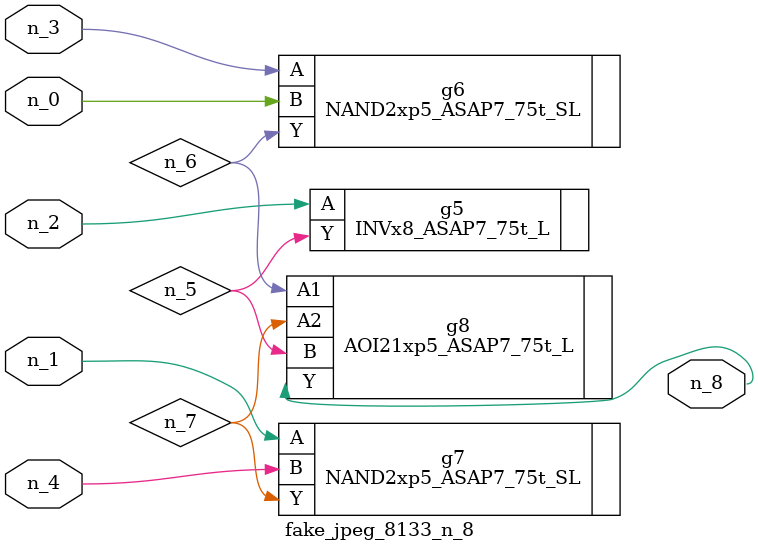
<source format=v>
module fake_jpeg_8133_n_8 (n_3, n_2, n_1, n_0, n_4, n_8);

input n_3;
input n_2;
input n_1;
input n_0;
input n_4;

output n_8;

wire n_6;
wire n_5;
wire n_7;

INVx8_ASAP7_75t_L g5 ( 
.A(n_2),
.Y(n_5)
);

NAND2xp5_ASAP7_75t_SL g6 ( 
.A(n_3),
.B(n_0),
.Y(n_6)
);

NAND2xp5_ASAP7_75t_SL g7 ( 
.A(n_1),
.B(n_4),
.Y(n_7)
);

AOI21xp5_ASAP7_75t_L g8 ( 
.A1(n_6),
.A2(n_7),
.B(n_5),
.Y(n_8)
);


endmodule
</source>
